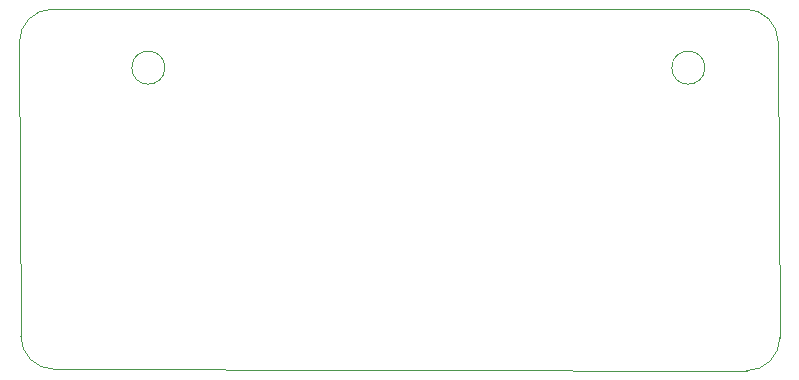
<source format=gbr>
G04 #@! TF.GenerationSoftware,KiCad,Pcbnew,(5.1.8)-1*
G04 #@! TF.CreationDate,2021-02-01T15:09:40-08:00*
G04 #@! TF.ProjectId,Modular_single_driver_Driver,4d6f6475-6c61-4725-9f73-696e676c655f,rev?*
G04 #@! TF.SameCoordinates,Original*
G04 #@! TF.FileFunction,Profile,NP*
%FSLAX46Y46*%
G04 Gerber Fmt 4.6, Leading zero omitted, Abs format (unit mm)*
G04 Created by KiCad (PCBNEW (5.1.8)-1) date 2021-02-01 15:09:40*
%MOMM*%
%LPD*%
G01*
G04 APERTURE LIST*
G04 #@! TA.AperFunction,Profile*
%ADD10C,0.050000*%
G04 #@! TD*
G04 APERTURE END LIST*
D10*
X204597000Y-105410000D02*
G75*
G03*
X204597000Y-105410000I-1398442J0D01*
G01*
X158878442Y-105410000D02*
G75*
G03*
X158878442Y-105410000I-1398442J0D01*
G01*
X149352000Y-100457000D02*
X208026000Y-100457000D01*
X146685000Y-128143000D02*
X146558000Y-103251000D01*
X208153000Y-131064000D02*
X149479000Y-130937000D01*
X210820000Y-103251000D02*
X210947000Y-128270000D01*
X208026000Y-100457000D02*
G75*
G02*
X210820000Y-103251000I0J-2794000D01*
G01*
X146558000Y-103251000D02*
G75*
G02*
X149352000Y-100457000I2794000J0D01*
G01*
X149479000Y-130937000D02*
G75*
G02*
X146685000Y-128143000I0J2794000D01*
G01*
X210947000Y-128270000D02*
G75*
G02*
X208153000Y-131064000I-2794000J0D01*
G01*
M02*

</source>
